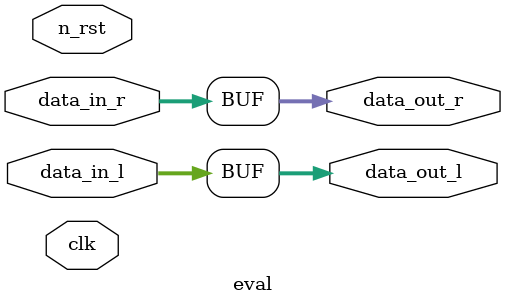
<source format=v>

module audio(
	     led0, led1, led2, led3, led4, led5, led6, led7, // for debugging
	     n_rst,  	         // FPGA pin T23
	     clk,          	 // FPGA pin AD13
	     btn_c, btn_n, btn_e, btn_s, btn_w,
	     audio_sdata_out,	 // FPGA pin AC11 (bank 4)
	     audio_bit_clk,	 // FPGA pin AC13 (bank 4)
	     audio_sdata_in,	 // FPGA pin AC12 (bank 4)
	     audio_sync,	 // FPGA pin AD11 (bank 4)
	     flash_audio_reset_b // FPGA pin AD10 (bank 4)
);
	
   // Access between FPGA and AC97; input: FPGA <- AC97, output: FPGA -> AC97
   input        audio_bit_clk;			// 12.288MHz bit clock generated by AC97
   output       flash_audio_reset_b;	        // reset of AC97, negative reset
   input 	audio_sdata_in;			// serial data from AC97, 256bit per frame
   output	audio_sdata_out;		// serial data to AC97, 256bit per frame
   output	audio_sync;			// AC-Link frame sync, 12.288MHz/256 = 48kHz
       
   // Other ports
   input 	clk;
   input 	n_rst;				// reset of FPGA, down:1, up:0
   input 	btn_c, btn_n, btn_e, btn_s, btn_w;
      
   // registers & wires
   reg [4:0] 	counter;
   reg [7:0] 	counter_audio;
   reg [255:0] 	data_in_tmp;
   reg [255:0] 	data_out_tmp;
   reg [255:0] 	data_in;
   reg [255:0] 	data_out;
   reg 		n_audio_reset;
   reg 		audio_start;
   reg [3:0] 	audio_state;
   wire 	audio_sync_start;
   wire [19:0] 	eval_data_out_l, eval_data_out_r;

   // LEDs for debugging (edit as you like!)
   output 	led0, led1, led2, led3, led4, led5, led6, led7;
   assign led0 = audio_sdata_out;
   assign led1 = flash_audio_reset_b;
   assign led2 = audio_sync;
   assign led3 = |data_in[199:180];
   assign led4 = |data_in[179:160];
   assign led5 = |data_out[199:180];
   assign led6 = |data_out[179:160];
   assign led7 = audio_bit_clk;

   // signals
   assign audio_sync_start    = audio_start ? (~|counter_audio[7:4]) : 1'b1;
   assign audio_sync          = n_rst ? audio_sync_start : 1'b1;
   assign audio_sdata_out     = flash_audio_reset_b ? data_out_tmp[255] : 1'b0;
   assign flash_audio_reset_b = ~btn_c;

   // eval
   eval eval(n_rst, clk, data_in[199:180], data_in[179:160], eval_data_out_l, eval_data_out_r);

   // initial setting
   always @(posedge clk) begin		
      if (n_rst == 0) begin
	 counter <= 0;
	 audio_start <= 0;
      end else begin
	 counter <= counter + 1;
      end
      if (counter == 5'd17) audio_start <= 1;
   end
	
// data formatting
always @(posedge audio_bit_clk) begin
	if (audio_start == 0) begin
		counter_audio <= 8'b10000000;
		data_in_tmp   <= 256'd0;
		data_out_tmp  <= 256'd0;
		data_in       <= 256'd0;
	end else begin
		if (counter_audio == 0) begin
			data_in      <= {data_in_tmp[254:0], audio_sdata_in};
			data_out_tmp <= data_out;				
		end else begin
			data_out_tmp <= {data_out_tmp[254:0], 1'b0};
		end
		data_in_tmp     <= {data_in_tmp[254:0], audio_sdata_in};
		counter_audio   <= counter_audio + 1'b1;
	end
end
	
   // data writing
   always @(posedge audio_sync) begin
      if (n_rst == 0) begin
	 data_out <= {256{1'b0}};
	 audio_state <= 4'b0000;
			
	 // Initial Control Register Setting
      end else if ( audio_state == 4'b0000 ) begin // REG 00 write: Register Reset
	 data_out[255:240] <= 16'b1110_0000_0000_0000;
	 data_out[238:220] <= 20'b0000_0000_0000_0000_0000;
	 data_out[219:200] <= 20'b0000_0000_0010_1000_0000;
	 data_out[199:160] <= {40{1'b0}};
	 data_out[159:0] <= {160{1'b0}};
	 audio_state <= 4'b0001;
      end else if ( audio_state == 4'b0001 ) begin // REG 76 write: DAM, FMXE
	 data_out[255:240] <= 16'b1110_0000_0000_0000;
	 data_out[239:220] <= 20'b0111_0110_0000_0000_0000;
	 data_out[219:200] <= 20'b0000_1010_0000_0000_0000;
	 data_out[199:160] <= {40{1'b0}};
	 data_out[159:0] <= {160{1'b0}};
	 audio_state <= 4'b0010;
      end else if ( audio_state == 4'b0010 ) begin // REG 02 write: Master Volume Mute OFF
	 data_out[255:240] <= 16'b1111_1000_0000_0000;
	 data_out[239:220] <= 20'b0000_0010_0000_0000_0000;
	 data_out[219:200] <= 20'b0000_0000_0000_0000_0000;
	 data_out[199:160] <= {40{1'b0}};
	 data_out[159:0] <= {160{1'b0}};
	 audio_state <= 4'b0011;
      end else if ( audio_state == 4'b0011 ) begin // REG 18 write: PCM Out Mute OFF
	 data_out[255:240] <= 16'b1111_1000_0000_0000;
	 data_out[239:220] <= 20'b0001_1000_0000_0000_0000;
	 data_out[219:200] <= 20'b0000_0000_0000_0000_0000;
	 data_out[199:160] <= {40{1'b0}};
	 data_out[159:0] <= {160{1'b0}};
	 audio_state <= 4'b0100;
      end else if ( audio_state == 4'b0100 ) begin // REG 1C write: Input Mute OFF
	 data_out[255:240] <= 16'b1111_1000_0000_0000;
	 data_out[239:220] <= 20'b0001_1100_0000_0000_0000;
	 data_out[219:200] <= 20'b0000_0000_0000_0000_0000;
	 data_out[199:160] <= {40{1'b0}};
	 data_out[159:0] <= {160{1'b0}};
	 audio_state <= 4'b0101;
	 
	 // Setting by Button (edit as you like!) 
      end else if ( btn_n ) begin
	 data_out[199:180] <= eval_data_out_l;
	 data_out[179:160] <= eval_data_out_r;
      end else if ( btn_w ) begin
	 data_out[199:180] <= {20{1'b0}};
	 data_out[179:160] <= {20{1'b0}};
      end else if ( btn_c ) begin
	 data_out[199:180] <= {20{1'b0}};
	 data_out[179:160] <= {20{1'b0}};
      end else if ( btn_e ) begin
	 data_out[199:180] <= {4'b0000, eval_data_out_l[19:4]};
	 data_out[179:160] <= {4'b0000, eval_data_out_r[19:4]};
      end else if ( btn_s ) begin
	 data_out[199:180] <= {eval_data_out_r[19:4], 4'b0000};
	 data_out[179:160] <= {eval_data_out_r[19:4], 4'b0000};
	 
	 // Data Output
      end else begin
	 data_out[255:240] <= 16'b1001_1000_0000_0000;
	 data_out[239:220] <= 20'b0000_0000_0000_0000_0000;
	 data_out[219:200] <= 20'b0000_0000_0000_0000_0000;
	 data_out[199:180] <= eval_data_out_l;
	 data_out[179:160] <= eval_data_out_r;
	 data_out[159:0] <= {160{1'b0}};
      end
   end

endmodule

// main
module eval(n_rst, clk, data_in_l, data_in_r, data_out_l, data_out_r);
   
   input	 n_rst, clk;
   input [19:0]  data_in_l;
   input [19:0]  data_in_r;
   output [19:0] data_out_l;
   output [19:0] data_out_r;
	
   assign data_out_l = data_in_l;
   assign data_out_r = data_in_r;
   
endmodule

</source>
